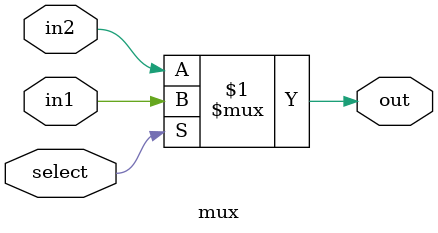
<source format=v>

module mux(out,select,in1, in2 );
input in1, in2, select;
output out;
assign out = select ? in1 : in2;
endmodule 


</source>
